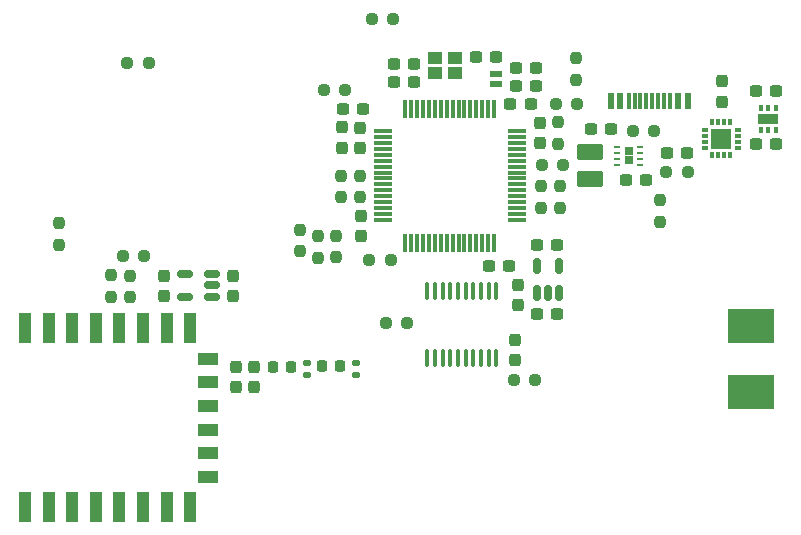
<source format=gtp>
G04 #@! TF.GenerationSoftware,KiCad,Pcbnew,7.0.2-0*
G04 #@! TF.CreationDate,2023-12-31T00:12:16-06:00*
G04 #@! TF.ProjectId,spudglo_driver_v6p0,73707564-676c-46f5-9f64-72697665725f,rev?*
G04 #@! TF.SameCoordinates,Original*
G04 #@! TF.FileFunction,Paste,Top*
G04 #@! TF.FilePolarity,Positive*
%FSLAX46Y46*%
G04 Gerber Fmt 4.6, Leading zero omitted, Abs format (unit mm)*
G04 Created by KiCad (PCBNEW 7.0.2-0) date 2023-12-31 00:12:16*
%MOMM*%
%LPD*%
G01*
G04 APERTURE LIST*
G04 Aperture macros list*
%AMRoundRect*
0 Rectangle with rounded corners*
0 $1 Rounding radius*
0 $2 $3 $4 $5 $6 $7 $8 $9 X,Y pos of 4 corners*
0 Add a 4 corners polygon primitive as box body*
4,1,4,$2,$3,$4,$5,$6,$7,$8,$9,$2,$3,0*
0 Add four circle primitives for the rounded corners*
1,1,$1+$1,$2,$3*
1,1,$1+$1,$4,$5*
1,1,$1+$1,$6,$7*
1,1,$1+$1,$8,$9*
0 Add four rect primitives between the rounded corners*
20,1,$1+$1,$2,$3,$4,$5,0*
20,1,$1+$1,$4,$5,$6,$7,0*
20,1,$1+$1,$6,$7,$8,$9,0*
20,1,$1+$1,$8,$9,$2,$3,0*%
G04 Aperture macros list end*
%ADD10RoundRect,0.237500X0.237500X-0.250000X0.237500X0.250000X-0.237500X0.250000X-0.237500X-0.250000X0*%
%ADD11RoundRect,0.237500X-0.300000X-0.237500X0.300000X-0.237500X0.300000X0.237500X-0.300000X0.237500X0*%
%ADD12R,1.140000X0.575000*%
%ADD13RoundRect,0.075000X-0.075000X0.700000X-0.075000X-0.700000X0.075000X-0.700000X0.075000X0.700000X0*%
%ADD14RoundRect,0.075000X-0.700000X0.075000X-0.700000X-0.075000X0.700000X-0.075000X0.700000X0.075000X0*%
%ADD15RoundRect,0.237500X0.300000X0.237500X-0.300000X0.237500X-0.300000X-0.237500X0.300000X-0.237500X0*%
%ADD16RoundRect,0.237500X0.237500X-0.300000X0.237500X0.300000X-0.237500X0.300000X-0.237500X-0.300000X0*%
%ADD17RoundRect,0.237500X-0.250000X-0.237500X0.250000X-0.237500X0.250000X0.237500X-0.250000X0.237500X0*%
%ADD18R,4.000000X3.000000*%
%ADD19R,1.200000X1.000000*%
%ADD20RoundRect,0.237500X-0.237500X0.250000X-0.237500X-0.250000X0.237500X-0.250000X0.237500X0.250000X0*%
%ADD21RoundRect,0.237500X0.250000X0.237500X-0.250000X0.237500X-0.250000X-0.237500X0.250000X-0.237500X0*%
%ADD22RoundRect,0.150000X0.150000X-0.512500X0.150000X0.512500X-0.150000X0.512500X-0.150000X-0.512500X0*%
%ADD23RoundRect,0.218750X0.218750X0.256250X-0.218750X0.256250X-0.218750X-0.256250X0.218750X-0.256250X0*%
%ADD24RoundRect,0.135000X-0.185000X0.135000X-0.185000X-0.135000X0.185000X-0.135000X0.185000X0.135000X0*%
%ADD25R,0.600000X1.450000*%
%ADD26R,0.300000X1.450000*%
%ADD27R,1.000000X2.500000*%
%ADD28R,1.800000X1.000000*%
%ADD29RoundRect,0.237500X-0.237500X0.300000X-0.237500X-0.300000X0.237500X-0.300000X0.237500X0.300000X0*%
%ADD30R,0.400000X0.470000*%
%ADD31R,1.700000X0.950000*%
%ADD32R,0.300000X0.625000*%
%ADD33R,0.625000X0.300000*%
%ADD34R,1.700000X1.700000*%
%ADD35RoundRect,0.250001X0.849999X-0.462499X0.849999X0.462499X-0.849999X0.462499X-0.849999X-0.462499X0*%
%ADD36R,0.750000X0.650000*%
%ADD37R,0.500000X0.250000*%
%ADD38RoundRect,0.150000X0.512500X0.150000X-0.512500X0.150000X-0.512500X-0.150000X0.512500X-0.150000X0*%
%ADD39RoundRect,0.100000X-0.100000X0.637500X-0.100000X-0.637500X0.100000X-0.637500X0.100000X0.637500X0*%
G04 APERTURE END LIST*
D10*
X131840000Y-152285000D03*
X131840000Y-150460000D03*
D11*
X121455000Y-160110000D03*
X123180000Y-160110000D03*
D12*
X117940000Y-140601000D03*
X117940000Y-139776000D03*
D10*
X86960000Y-158660000D03*
X86960000Y-156835000D03*
D13*
X117810000Y-142690000D03*
X117310000Y-142690000D03*
X116810000Y-142690000D03*
X116310000Y-142690000D03*
X115810000Y-142690000D03*
X115310000Y-142690000D03*
X114810000Y-142690000D03*
X114310000Y-142690000D03*
X113810000Y-142690000D03*
X113310000Y-142690000D03*
X112810000Y-142690000D03*
X112310000Y-142690000D03*
X111810000Y-142690000D03*
X111310000Y-142690000D03*
X110810000Y-142690000D03*
X110310000Y-142690000D03*
D14*
X108385000Y-144615000D03*
X108385000Y-145115000D03*
X108385000Y-145615000D03*
X108385000Y-146115000D03*
X108385000Y-146615000D03*
X108385000Y-147115000D03*
X108385000Y-147615000D03*
X108385000Y-148115000D03*
X108385000Y-148615000D03*
X108385000Y-149115000D03*
X108385000Y-149615000D03*
X108385000Y-150115000D03*
X108385000Y-150615000D03*
X108385000Y-151115000D03*
X108385000Y-151615000D03*
X108385000Y-152115000D03*
D13*
X110310000Y-154040000D03*
X110810000Y-154040000D03*
X111310000Y-154040000D03*
X111810000Y-154040000D03*
X112310000Y-154040000D03*
X112810000Y-154040000D03*
X113310000Y-154040000D03*
X113810000Y-154040000D03*
X114310000Y-154040000D03*
X114810000Y-154040000D03*
X115310000Y-154040000D03*
X115810000Y-154040000D03*
X116310000Y-154040000D03*
X116810000Y-154040000D03*
X117310000Y-154040000D03*
X117810000Y-154040000D03*
D14*
X119735000Y-152115000D03*
X119735000Y-151615000D03*
X119735000Y-151115000D03*
X119735000Y-150615000D03*
X119735000Y-150115000D03*
X119735000Y-149615000D03*
X119735000Y-149115000D03*
X119735000Y-148615000D03*
X119735000Y-148115000D03*
X119735000Y-147615000D03*
X119735000Y-147115000D03*
X119735000Y-146615000D03*
X119735000Y-146115000D03*
X119735000Y-145615000D03*
X119735000Y-145115000D03*
X119735000Y-144615000D03*
D15*
X106710000Y-142690000D03*
X104985000Y-142690000D03*
D11*
X126030001Y-144459998D03*
X127755001Y-144459998D03*
D16*
X97470000Y-166285000D03*
X97470000Y-164560000D03*
D10*
X101370000Y-154785000D03*
X101370000Y-152960000D03*
D17*
X107245000Y-155540000D03*
X109070000Y-155540000D03*
D18*
X139570000Y-161130001D03*
X139570000Y-166730001D03*
D19*
X112820000Y-139710000D03*
X114520000Y-139710000D03*
X114520000Y-138410000D03*
X112820000Y-138410000D03*
D20*
X106460000Y-148365000D03*
X106460000Y-150190000D03*
D16*
X106470000Y-146032500D03*
X106470000Y-144307500D03*
D21*
X134220000Y-148090000D03*
X132395000Y-148090000D03*
X109300000Y-135070000D03*
X107475000Y-135070000D03*
D16*
X106510000Y-153520000D03*
X106510000Y-151795000D03*
D10*
X102930000Y-155310000D03*
X102930000Y-153485000D03*
D20*
X121830000Y-149270000D03*
X121830000Y-151095000D03*
D15*
X119074999Y-156005002D03*
X117349999Y-156005002D03*
D11*
X119680000Y-139240000D03*
X121405000Y-139240000D03*
D10*
X124760000Y-140280000D03*
X124760000Y-138455000D03*
D21*
X131362500Y-144610000D03*
X129537500Y-144610000D03*
D15*
X130690000Y-148760000D03*
X128965000Y-148760000D03*
D10*
X80969999Y-154240000D03*
X80969999Y-152415000D03*
X85400000Y-158635000D03*
X85400000Y-156810000D03*
D22*
X121420000Y-158267500D03*
X122370000Y-158267500D03*
X123320000Y-158267500D03*
X123320000Y-155992500D03*
X121420000Y-155992500D03*
D15*
X111060000Y-138900000D03*
X109335000Y-138900000D03*
D11*
X109315000Y-140420000D03*
X111040000Y-140420000D03*
D23*
X100660000Y-164580000D03*
X99085000Y-164580000D03*
D17*
X123040000Y-142310000D03*
X124865000Y-142310000D03*
D24*
X106100000Y-164210000D03*
X106100000Y-165230000D03*
D10*
X104460000Y-155270000D03*
X104460000Y-153445000D03*
X104880000Y-150200000D03*
X104880000Y-148375000D03*
D21*
X121299999Y-165660001D03*
X119474999Y-165660001D03*
D15*
X134160000Y-146480000D03*
X132435000Y-146480000D03*
D11*
X119187500Y-142280000D03*
X120912500Y-142280000D03*
D21*
X110480000Y-160840000D03*
X108655000Y-160840000D03*
D25*
X134210000Y-142035000D03*
X133410000Y-142035000D03*
D26*
X132210000Y-142035000D03*
X131210000Y-142035000D03*
X130710000Y-142035000D03*
X129710000Y-142035000D03*
D25*
X128510000Y-142035000D03*
X127710000Y-142035000D03*
X127710000Y-142035000D03*
X128510000Y-142035000D03*
D26*
X129210000Y-142035000D03*
X130210000Y-142035000D03*
X131710000Y-142035000D03*
X132710000Y-142035000D03*
D25*
X133410000Y-142035000D03*
X134210000Y-142035000D03*
D27*
X78100000Y-176470000D03*
X80100000Y-176470000D03*
X82100000Y-176470000D03*
X84100000Y-176470000D03*
X86100000Y-176470000D03*
X88100000Y-176470000D03*
X90100000Y-176470000D03*
X92100000Y-176470000D03*
D28*
X93600000Y-173870000D03*
X93600000Y-171870000D03*
X93600000Y-169870000D03*
X93600000Y-167870000D03*
X93600000Y-165870000D03*
X93600000Y-163870000D03*
D27*
X92100000Y-161270000D03*
X90100000Y-161270000D03*
X88100000Y-161270000D03*
X86100000Y-161270000D03*
X84100000Y-161270000D03*
X82100000Y-161270000D03*
X80100000Y-161270000D03*
X78100000Y-161270000D03*
D11*
X121420000Y-154217491D03*
X123145000Y-154217491D03*
X139955000Y-141200000D03*
X141680000Y-141200000D03*
D29*
X119870000Y-157610000D03*
X119870000Y-159335000D03*
D21*
X88182500Y-155210000D03*
X86357500Y-155210000D03*
D30*
X141690000Y-142645000D03*
X141040000Y-142645000D03*
X140390000Y-142645000D03*
X140390000Y-144475000D03*
X141040000Y-144475000D03*
X141690000Y-144475000D03*
D31*
X141040000Y-143560000D03*
D11*
X119680000Y-140770000D03*
X121405000Y-140770000D03*
D17*
X103384999Y-141130003D03*
X105209999Y-141130003D03*
D32*
X136290000Y-146617695D03*
X136790000Y-146617695D03*
X137290000Y-146617695D03*
X137790000Y-146617695D03*
D33*
X138457500Y-146010195D03*
X138457500Y-145510195D03*
X138457500Y-145010195D03*
X138457500Y-144510195D03*
D32*
X137790000Y-143842695D03*
X137290000Y-143842695D03*
X136790000Y-143842695D03*
X136290000Y-143842695D03*
D33*
X135682500Y-144510195D03*
X135682500Y-145010195D03*
X135682500Y-145510195D03*
X135682500Y-146010195D03*
D34*
X137065000Y-145235195D03*
D16*
X95670000Y-158595000D03*
X95670000Y-156870000D03*
D35*
X125900000Y-148660000D03*
X125900000Y-146335000D03*
D11*
X116285000Y-138310000D03*
X118010000Y-138310000D03*
D21*
X88595001Y-138799997D03*
X86770001Y-138799997D03*
D16*
X104930000Y-146020000D03*
X104930000Y-144295000D03*
X95970000Y-166305000D03*
X95970000Y-164580000D03*
D29*
X121710000Y-143890000D03*
X121710000Y-145615000D03*
D36*
X129210000Y-147090000D03*
X129210000Y-146290000D03*
D37*
X130160000Y-147440000D03*
X130160000Y-146940000D03*
X130160000Y-146440000D03*
X130160000Y-145940000D03*
X128260000Y-145940000D03*
X128260000Y-146440000D03*
X128260000Y-146940000D03*
X128260000Y-147440000D03*
D38*
X93930000Y-158620000D03*
X93930000Y-157670000D03*
X93930000Y-156720000D03*
X91655000Y-156720000D03*
X91655000Y-158620000D03*
D39*
X118000000Y-158110000D03*
X117350000Y-158110000D03*
X116700000Y-158110000D03*
X116050000Y-158110000D03*
X115400000Y-158110000D03*
X114750000Y-158110000D03*
X114100000Y-158110000D03*
X113450000Y-158110000D03*
X112800000Y-158110000D03*
X112150000Y-158110000D03*
X112150000Y-163835000D03*
X112800000Y-163835000D03*
X113450000Y-163835000D03*
X114100000Y-163835000D03*
X114750000Y-163835000D03*
X115400000Y-163835000D03*
X116050000Y-163835000D03*
X116700000Y-163835000D03*
X117350000Y-163835000D03*
X118000000Y-163835000D03*
D20*
X123430000Y-149260000D03*
X123430000Y-151085000D03*
D23*
X104795000Y-164520000D03*
X103220000Y-164520000D03*
D11*
X139960001Y-145679996D03*
X141685001Y-145679996D03*
D16*
X89880000Y-158560000D03*
X89880000Y-156835000D03*
D20*
X123250000Y-143830000D03*
X123250000Y-145655000D03*
D21*
X123675000Y-147490000D03*
X121850000Y-147490000D03*
D16*
X119580000Y-164002500D03*
X119580000Y-162277500D03*
D24*
X101940000Y-164230000D03*
X101940000Y-165250000D03*
D16*
X137109994Y-142120000D03*
X137109994Y-140395000D03*
M02*

</source>
